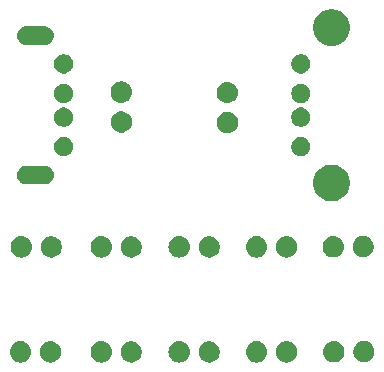
<source format=gbr>
G04 #@! TF.GenerationSoftware,KiCad,Pcbnew,(5.1.2)-1*
G04 #@! TF.CreationDate,2024-04-02T23:01:08+09:00*
G04 #@! TF.ProjectId,uf,75662e6b-6963-4616-945f-706362585858,v1.0*
G04 #@! TF.SameCoordinates,Original*
G04 #@! TF.FileFunction,Soldermask,Bot*
G04 #@! TF.FilePolarity,Negative*
%FSLAX46Y46*%
G04 Gerber Fmt 4.6, Leading zero omitted, Abs format (unit mm)*
G04 Created by KiCad (PCBNEW (5.1.2)-1) date 2024-04-02 23:01:08*
%MOMM*%
%LPD*%
G04 APERTURE LIST*
%ADD10C,0.100000*%
G04 APERTURE END LIST*
D10*
G36*
X132453512Y-138483927D02*
G01*
X132602812Y-138513624D01*
X132766784Y-138581544D01*
X132914354Y-138680147D01*
X133039853Y-138805646D01*
X133138456Y-138953216D01*
X133206376Y-139117188D01*
X133241000Y-139291259D01*
X133241000Y-139468741D01*
X133206376Y-139642812D01*
X133138456Y-139806784D01*
X133039853Y-139954354D01*
X132914354Y-140079853D01*
X132766784Y-140178456D01*
X132602812Y-140246376D01*
X132453512Y-140276073D01*
X132428742Y-140281000D01*
X132251258Y-140281000D01*
X132226488Y-140276073D01*
X132077188Y-140246376D01*
X131913216Y-140178456D01*
X131765646Y-140079853D01*
X131640147Y-139954354D01*
X131541544Y-139806784D01*
X131473624Y-139642812D01*
X131439000Y-139468741D01*
X131439000Y-139291259D01*
X131473624Y-139117188D01*
X131541544Y-138953216D01*
X131640147Y-138805646D01*
X131765646Y-138680147D01*
X131913216Y-138581544D01*
X132077188Y-138513624D01*
X132226488Y-138483927D01*
X132251258Y-138479000D01*
X132428742Y-138479000D01*
X132453512Y-138483927D01*
X132453512Y-138483927D01*
G37*
G36*
X149900443Y-138485519D02*
G01*
X149966627Y-138492037D01*
X150136466Y-138543557D01*
X150292991Y-138627222D01*
X150328729Y-138656552D01*
X150430186Y-138739814D01*
X150513448Y-138841271D01*
X150542778Y-138877009D01*
X150626443Y-139033534D01*
X150677963Y-139203373D01*
X150695359Y-139380000D01*
X150677963Y-139556627D01*
X150626443Y-139726466D01*
X150542778Y-139882991D01*
X150513448Y-139918729D01*
X150430186Y-140020186D01*
X150357480Y-140079853D01*
X150292991Y-140132778D01*
X150136466Y-140216443D01*
X149966627Y-140267963D01*
X149900443Y-140274481D01*
X149834260Y-140281000D01*
X149745740Y-140281000D01*
X149679557Y-140274481D01*
X149613373Y-140267963D01*
X149443534Y-140216443D01*
X149287009Y-140132778D01*
X149222520Y-140079853D01*
X149149814Y-140020186D01*
X149066552Y-139918729D01*
X149037222Y-139882991D01*
X148953557Y-139726466D01*
X148902037Y-139556627D01*
X148884641Y-139380000D01*
X148902037Y-139203373D01*
X148953557Y-139033534D01*
X149037222Y-138877009D01*
X149066552Y-138841271D01*
X149149814Y-138739814D01*
X149251271Y-138656552D01*
X149287009Y-138627222D01*
X149443534Y-138543557D01*
X149613373Y-138492037D01*
X149679557Y-138485519D01*
X149745740Y-138479000D01*
X149834260Y-138479000D01*
X149900443Y-138485519D01*
X149900443Y-138485519D01*
G37*
G36*
X143350443Y-138485519D02*
G01*
X143416627Y-138492037D01*
X143586466Y-138543557D01*
X143742991Y-138627222D01*
X143778729Y-138656552D01*
X143880186Y-138739814D01*
X143963448Y-138841271D01*
X143992778Y-138877009D01*
X144076443Y-139033534D01*
X144127963Y-139203373D01*
X144145359Y-139380000D01*
X144127963Y-139556627D01*
X144076443Y-139726466D01*
X143992778Y-139882991D01*
X143963448Y-139918729D01*
X143880186Y-140020186D01*
X143807480Y-140079853D01*
X143742991Y-140132778D01*
X143586466Y-140216443D01*
X143416627Y-140267963D01*
X143350443Y-140274481D01*
X143284260Y-140281000D01*
X143195740Y-140281000D01*
X143129557Y-140274481D01*
X143063373Y-140267963D01*
X142893534Y-140216443D01*
X142737009Y-140132778D01*
X142672520Y-140079853D01*
X142599814Y-140020186D01*
X142516552Y-139918729D01*
X142487222Y-139882991D01*
X142403557Y-139726466D01*
X142352037Y-139556627D01*
X142334641Y-139380000D01*
X142352037Y-139203373D01*
X142403557Y-139033534D01*
X142487222Y-138877009D01*
X142516552Y-138841271D01*
X142599814Y-138739814D01*
X142701271Y-138656552D01*
X142737009Y-138627222D01*
X142893534Y-138543557D01*
X143063373Y-138492037D01*
X143129557Y-138485519D01*
X143195740Y-138479000D01*
X143284260Y-138479000D01*
X143350443Y-138485519D01*
X143350443Y-138485519D01*
G37*
G36*
X145893512Y-138483927D02*
G01*
X146042812Y-138513624D01*
X146206784Y-138581544D01*
X146354354Y-138680147D01*
X146479853Y-138805646D01*
X146578456Y-138953216D01*
X146646376Y-139117188D01*
X146681000Y-139291259D01*
X146681000Y-139468741D01*
X146646376Y-139642812D01*
X146578456Y-139806784D01*
X146479853Y-139954354D01*
X146354354Y-140079853D01*
X146206784Y-140178456D01*
X146042812Y-140246376D01*
X145893512Y-140276073D01*
X145868742Y-140281000D01*
X145691258Y-140281000D01*
X145666488Y-140276073D01*
X145517188Y-140246376D01*
X145353216Y-140178456D01*
X145205646Y-140079853D01*
X145080147Y-139954354D01*
X144981544Y-139806784D01*
X144913624Y-139642812D01*
X144879000Y-139468741D01*
X144879000Y-139291259D01*
X144913624Y-139117188D01*
X144981544Y-138953216D01*
X145080147Y-138805646D01*
X145205646Y-138680147D01*
X145353216Y-138581544D01*
X145517188Y-138513624D01*
X145666488Y-138483927D01*
X145691258Y-138479000D01*
X145868742Y-138479000D01*
X145893512Y-138483927D01*
X145893512Y-138483927D01*
G37*
G36*
X152443512Y-138483927D02*
G01*
X152592812Y-138513624D01*
X152756784Y-138581544D01*
X152904354Y-138680147D01*
X153029853Y-138805646D01*
X153128456Y-138953216D01*
X153196376Y-139117188D01*
X153231000Y-139291259D01*
X153231000Y-139468741D01*
X153196376Y-139642812D01*
X153128456Y-139806784D01*
X153029853Y-139954354D01*
X152904354Y-140079853D01*
X152756784Y-140178456D01*
X152592812Y-140246376D01*
X152443512Y-140276073D01*
X152418742Y-140281000D01*
X152241258Y-140281000D01*
X152216488Y-140276073D01*
X152067188Y-140246376D01*
X151903216Y-140178456D01*
X151755646Y-140079853D01*
X151630147Y-139954354D01*
X151531544Y-139806784D01*
X151463624Y-139642812D01*
X151429000Y-139468741D01*
X151429000Y-139291259D01*
X151463624Y-139117188D01*
X151531544Y-138953216D01*
X151630147Y-138805646D01*
X151755646Y-138680147D01*
X151903216Y-138581544D01*
X152067188Y-138513624D01*
X152216488Y-138483927D01*
X152241258Y-138479000D01*
X152418742Y-138479000D01*
X152443512Y-138483927D01*
X152443512Y-138483927D01*
G37*
G36*
X136750443Y-138485519D02*
G01*
X136816627Y-138492037D01*
X136986466Y-138543557D01*
X137142991Y-138627222D01*
X137178729Y-138656552D01*
X137280186Y-138739814D01*
X137363448Y-138841271D01*
X137392778Y-138877009D01*
X137476443Y-139033534D01*
X137527963Y-139203373D01*
X137545359Y-139380000D01*
X137527963Y-139556627D01*
X137476443Y-139726466D01*
X137392778Y-139882991D01*
X137363448Y-139918729D01*
X137280186Y-140020186D01*
X137207480Y-140079853D01*
X137142991Y-140132778D01*
X136986466Y-140216443D01*
X136816627Y-140267963D01*
X136750443Y-140274481D01*
X136684260Y-140281000D01*
X136595740Y-140281000D01*
X136529557Y-140274481D01*
X136463373Y-140267963D01*
X136293534Y-140216443D01*
X136137009Y-140132778D01*
X136072520Y-140079853D01*
X135999814Y-140020186D01*
X135916552Y-139918729D01*
X135887222Y-139882991D01*
X135803557Y-139726466D01*
X135752037Y-139556627D01*
X135734641Y-139380000D01*
X135752037Y-139203373D01*
X135803557Y-139033534D01*
X135887222Y-138877009D01*
X135916552Y-138841271D01*
X135999814Y-138739814D01*
X136101271Y-138656552D01*
X136137009Y-138627222D01*
X136293534Y-138543557D01*
X136463373Y-138492037D01*
X136529557Y-138485519D01*
X136595740Y-138479000D01*
X136684260Y-138479000D01*
X136750443Y-138485519D01*
X136750443Y-138485519D01*
G37*
G36*
X139293512Y-138483927D02*
G01*
X139442812Y-138513624D01*
X139606784Y-138581544D01*
X139754354Y-138680147D01*
X139879853Y-138805646D01*
X139978456Y-138953216D01*
X140046376Y-139117188D01*
X140081000Y-139291259D01*
X140081000Y-139468741D01*
X140046376Y-139642812D01*
X139978456Y-139806784D01*
X139879853Y-139954354D01*
X139754354Y-140079853D01*
X139606784Y-140178456D01*
X139442812Y-140246376D01*
X139293512Y-140276073D01*
X139268742Y-140281000D01*
X139091258Y-140281000D01*
X139066488Y-140276073D01*
X138917188Y-140246376D01*
X138753216Y-140178456D01*
X138605646Y-140079853D01*
X138480147Y-139954354D01*
X138381544Y-139806784D01*
X138313624Y-139642812D01*
X138279000Y-139468741D01*
X138279000Y-139291259D01*
X138313624Y-139117188D01*
X138381544Y-138953216D01*
X138480147Y-138805646D01*
X138605646Y-138680147D01*
X138753216Y-138581544D01*
X138917188Y-138513624D01*
X139066488Y-138483927D01*
X139091258Y-138479000D01*
X139268742Y-138479000D01*
X139293512Y-138483927D01*
X139293512Y-138483927D01*
G37*
G36*
X129910443Y-138485519D02*
G01*
X129976627Y-138492037D01*
X130146466Y-138543557D01*
X130302991Y-138627222D01*
X130338729Y-138656552D01*
X130440186Y-138739814D01*
X130523448Y-138841271D01*
X130552778Y-138877009D01*
X130636443Y-139033534D01*
X130687963Y-139203373D01*
X130705359Y-139380000D01*
X130687963Y-139556627D01*
X130636443Y-139726466D01*
X130552778Y-139882991D01*
X130523448Y-139918729D01*
X130440186Y-140020186D01*
X130367480Y-140079853D01*
X130302991Y-140132778D01*
X130146466Y-140216443D01*
X129976627Y-140267963D01*
X129910443Y-140274481D01*
X129844260Y-140281000D01*
X129755740Y-140281000D01*
X129689557Y-140274481D01*
X129623373Y-140267963D01*
X129453534Y-140216443D01*
X129297009Y-140132778D01*
X129232520Y-140079853D01*
X129159814Y-140020186D01*
X129076552Y-139918729D01*
X129047222Y-139882991D01*
X128963557Y-139726466D01*
X128912037Y-139556627D01*
X128894641Y-139380000D01*
X128912037Y-139203373D01*
X128963557Y-139033534D01*
X129047222Y-138877009D01*
X129076552Y-138841271D01*
X129159814Y-138739814D01*
X129261271Y-138656552D01*
X129297009Y-138627222D01*
X129453534Y-138543557D01*
X129623373Y-138492037D01*
X129689557Y-138485519D01*
X129755740Y-138479000D01*
X129844260Y-138479000D01*
X129910443Y-138485519D01*
X129910443Y-138485519D01*
G37*
G36*
X156440443Y-138465519D02*
G01*
X156506627Y-138472037D01*
X156676466Y-138523557D01*
X156832991Y-138607222D01*
X156857361Y-138627222D01*
X156970186Y-138719814D01*
X157040625Y-138805646D01*
X157082778Y-138857009D01*
X157166443Y-139013534D01*
X157217963Y-139183373D01*
X157235359Y-139360000D01*
X157217963Y-139536627D01*
X157166443Y-139706466D01*
X157082778Y-139862991D01*
X157066366Y-139882989D01*
X156970186Y-140000186D01*
X156897480Y-140059853D01*
X156832991Y-140112778D01*
X156676466Y-140196443D01*
X156506627Y-140247963D01*
X156440442Y-140254482D01*
X156374260Y-140261000D01*
X156285740Y-140261000D01*
X156219558Y-140254482D01*
X156153373Y-140247963D01*
X155983534Y-140196443D01*
X155827009Y-140112778D01*
X155762520Y-140059853D01*
X155689814Y-140000186D01*
X155593634Y-139882989D01*
X155577222Y-139862991D01*
X155493557Y-139706466D01*
X155442037Y-139536627D01*
X155424641Y-139360000D01*
X155442037Y-139183373D01*
X155493557Y-139013534D01*
X155577222Y-138857009D01*
X155619375Y-138805646D01*
X155689814Y-138719814D01*
X155802639Y-138627222D01*
X155827009Y-138607222D01*
X155983534Y-138523557D01*
X156153373Y-138472037D01*
X156219557Y-138465519D01*
X156285740Y-138459000D01*
X156374260Y-138459000D01*
X156440443Y-138465519D01*
X156440443Y-138465519D01*
G37*
G36*
X158983512Y-138463927D02*
G01*
X159132812Y-138493624D01*
X159296784Y-138561544D01*
X159444354Y-138660147D01*
X159569853Y-138785646D01*
X159668456Y-138933216D01*
X159736376Y-139097188D01*
X159771000Y-139271259D01*
X159771000Y-139448741D01*
X159736376Y-139622812D01*
X159668456Y-139786784D01*
X159569853Y-139934354D01*
X159444354Y-140059853D01*
X159296784Y-140158456D01*
X159132812Y-140226376D01*
X158983512Y-140256073D01*
X158958742Y-140261000D01*
X158781258Y-140261000D01*
X158756488Y-140256073D01*
X158607188Y-140226376D01*
X158443216Y-140158456D01*
X158295646Y-140059853D01*
X158170147Y-139934354D01*
X158071544Y-139786784D01*
X158003624Y-139622812D01*
X157969000Y-139448741D01*
X157969000Y-139271259D01*
X158003624Y-139097188D01*
X158071544Y-138933216D01*
X158170147Y-138785646D01*
X158295646Y-138660147D01*
X158443216Y-138561544D01*
X158607188Y-138493624D01*
X158756488Y-138463927D01*
X158781258Y-138459000D01*
X158958742Y-138459000D01*
X158983512Y-138463927D01*
X158983512Y-138463927D01*
G37*
G36*
X143350443Y-129595519D02*
G01*
X143416627Y-129602037D01*
X143586466Y-129653557D01*
X143742991Y-129737222D01*
X143778729Y-129766552D01*
X143880186Y-129849814D01*
X143963448Y-129951271D01*
X143992778Y-129987009D01*
X144076443Y-130143534D01*
X144127963Y-130313373D01*
X144145359Y-130490000D01*
X144127963Y-130666627D01*
X144076443Y-130836466D01*
X143992778Y-130992991D01*
X143963448Y-131028729D01*
X143880186Y-131130186D01*
X143807480Y-131189853D01*
X143742991Y-131242778D01*
X143586466Y-131326443D01*
X143416627Y-131377963D01*
X143350443Y-131384481D01*
X143284260Y-131391000D01*
X143195740Y-131391000D01*
X143129557Y-131384481D01*
X143063373Y-131377963D01*
X142893534Y-131326443D01*
X142737009Y-131242778D01*
X142672520Y-131189853D01*
X142599814Y-131130186D01*
X142516552Y-131028729D01*
X142487222Y-130992991D01*
X142403557Y-130836466D01*
X142352037Y-130666627D01*
X142334641Y-130490000D01*
X142352037Y-130313373D01*
X142403557Y-130143534D01*
X142487222Y-129987009D01*
X142516552Y-129951271D01*
X142599814Y-129849814D01*
X142701271Y-129766552D01*
X142737009Y-129737222D01*
X142893534Y-129653557D01*
X143063373Y-129602037D01*
X143129557Y-129595519D01*
X143195740Y-129589000D01*
X143284260Y-129589000D01*
X143350443Y-129595519D01*
X143350443Y-129595519D01*
G37*
G36*
X139293512Y-129593927D02*
G01*
X139442812Y-129623624D01*
X139606784Y-129691544D01*
X139754354Y-129790147D01*
X139879853Y-129915646D01*
X139978456Y-130063216D01*
X140046376Y-130227188D01*
X140081000Y-130401259D01*
X140081000Y-130578741D01*
X140046376Y-130752812D01*
X139978456Y-130916784D01*
X139879853Y-131064354D01*
X139754354Y-131189853D01*
X139606784Y-131288456D01*
X139442812Y-131356376D01*
X139293512Y-131386073D01*
X139268742Y-131391000D01*
X139091258Y-131391000D01*
X139066488Y-131386073D01*
X138917188Y-131356376D01*
X138753216Y-131288456D01*
X138605646Y-131189853D01*
X138480147Y-131064354D01*
X138381544Y-130916784D01*
X138313624Y-130752812D01*
X138279000Y-130578741D01*
X138279000Y-130401259D01*
X138313624Y-130227188D01*
X138381544Y-130063216D01*
X138480147Y-129915646D01*
X138605646Y-129790147D01*
X138753216Y-129691544D01*
X138917188Y-129623624D01*
X139066488Y-129593927D01*
X139091258Y-129589000D01*
X139268742Y-129589000D01*
X139293512Y-129593927D01*
X139293512Y-129593927D01*
G37*
G36*
X136750443Y-129595519D02*
G01*
X136816627Y-129602037D01*
X136986466Y-129653557D01*
X137142991Y-129737222D01*
X137178729Y-129766552D01*
X137280186Y-129849814D01*
X137363448Y-129951271D01*
X137392778Y-129987009D01*
X137476443Y-130143534D01*
X137527963Y-130313373D01*
X137545359Y-130490000D01*
X137527963Y-130666627D01*
X137476443Y-130836466D01*
X137392778Y-130992991D01*
X137363448Y-131028729D01*
X137280186Y-131130186D01*
X137207480Y-131189853D01*
X137142991Y-131242778D01*
X136986466Y-131326443D01*
X136816627Y-131377963D01*
X136750443Y-131384481D01*
X136684260Y-131391000D01*
X136595740Y-131391000D01*
X136529557Y-131384481D01*
X136463373Y-131377963D01*
X136293534Y-131326443D01*
X136137009Y-131242778D01*
X136072520Y-131189853D01*
X135999814Y-131130186D01*
X135916552Y-131028729D01*
X135887222Y-130992991D01*
X135803557Y-130836466D01*
X135752037Y-130666627D01*
X135734641Y-130490000D01*
X135752037Y-130313373D01*
X135803557Y-130143534D01*
X135887222Y-129987009D01*
X135916552Y-129951271D01*
X135999814Y-129849814D01*
X136101271Y-129766552D01*
X136137009Y-129737222D01*
X136293534Y-129653557D01*
X136463373Y-129602037D01*
X136529557Y-129595519D01*
X136595740Y-129589000D01*
X136684260Y-129589000D01*
X136750443Y-129595519D01*
X136750443Y-129595519D01*
G37*
G36*
X132523512Y-129593927D02*
G01*
X132672812Y-129623624D01*
X132836784Y-129691544D01*
X132984354Y-129790147D01*
X133109853Y-129915646D01*
X133208456Y-130063216D01*
X133276376Y-130227188D01*
X133311000Y-130401259D01*
X133311000Y-130578741D01*
X133276376Y-130752812D01*
X133208456Y-130916784D01*
X133109853Y-131064354D01*
X132984354Y-131189853D01*
X132836784Y-131288456D01*
X132672812Y-131356376D01*
X132523512Y-131386073D01*
X132498742Y-131391000D01*
X132321258Y-131391000D01*
X132296488Y-131386073D01*
X132147188Y-131356376D01*
X131983216Y-131288456D01*
X131835646Y-131189853D01*
X131710147Y-131064354D01*
X131611544Y-130916784D01*
X131543624Y-130752812D01*
X131509000Y-130578741D01*
X131509000Y-130401259D01*
X131543624Y-130227188D01*
X131611544Y-130063216D01*
X131710147Y-129915646D01*
X131835646Y-129790147D01*
X131983216Y-129691544D01*
X132147188Y-129623624D01*
X132296488Y-129593927D01*
X132321258Y-129589000D01*
X132498742Y-129589000D01*
X132523512Y-129593927D01*
X132523512Y-129593927D01*
G37*
G36*
X129980443Y-129595519D02*
G01*
X130046627Y-129602037D01*
X130216466Y-129653557D01*
X130372991Y-129737222D01*
X130408729Y-129766552D01*
X130510186Y-129849814D01*
X130593448Y-129951271D01*
X130622778Y-129987009D01*
X130706443Y-130143534D01*
X130757963Y-130313373D01*
X130775359Y-130490000D01*
X130757963Y-130666627D01*
X130706443Y-130836466D01*
X130622778Y-130992991D01*
X130593448Y-131028729D01*
X130510186Y-131130186D01*
X130437480Y-131189853D01*
X130372991Y-131242778D01*
X130216466Y-131326443D01*
X130046627Y-131377963D01*
X129980443Y-131384481D01*
X129914260Y-131391000D01*
X129825740Y-131391000D01*
X129759557Y-131384481D01*
X129693373Y-131377963D01*
X129523534Y-131326443D01*
X129367009Y-131242778D01*
X129302520Y-131189853D01*
X129229814Y-131130186D01*
X129146552Y-131028729D01*
X129117222Y-130992991D01*
X129033557Y-130836466D01*
X128982037Y-130666627D01*
X128964641Y-130490000D01*
X128982037Y-130313373D01*
X129033557Y-130143534D01*
X129117222Y-129987009D01*
X129146552Y-129951271D01*
X129229814Y-129849814D01*
X129331271Y-129766552D01*
X129367009Y-129737222D01*
X129523534Y-129653557D01*
X129693373Y-129602037D01*
X129759557Y-129595519D01*
X129825740Y-129589000D01*
X129914260Y-129589000D01*
X129980443Y-129595519D01*
X129980443Y-129595519D01*
G37*
G36*
X145893512Y-129593927D02*
G01*
X146042812Y-129623624D01*
X146206784Y-129691544D01*
X146354354Y-129790147D01*
X146479853Y-129915646D01*
X146578456Y-130063216D01*
X146646376Y-130227188D01*
X146681000Y-130401259D01*
X146681000Y-130578741D01*
X146646376Y-130752812D01*
X146578456Y-130916784D01*
X146479853Y-131064354D01*
X146354354Y-131189853D01*
X146206784Y-131288456D01*
X146042812Y-131356376D01*
X145893512Y-131386073D01*
X145868742Y-131391000D01*
X145691258Y-131391000D01*
X145666488Y-131386073D01*
X145517188Y-131356376D01*
X145353216Y-131288456D01*
X145205646Y-131189853D01*
X145080147Y-131064354D01*
X144981544Y-130916784D01*
X144913624Y-130752812D01*
X144879000Y-130578741D01*
X144879000Y-130401259D01*
X144913624Y-130227188D01*
X144981544Y-130063216D01*
X145080147Y-129915646D01*
X145205646Y-129790147D01*
X145353216Y-129691544D01*
X145517188Y-129623624D01*
X145666488Y-129593927D01*
X145691258Y-129589000D01*
X145868742Y-129589000D01*
X145893512Y-129593927D01*
X145893512Y-129593927D01*
G37*
G36*
X149900443Y-129595519D02*
G01*
X149966627Y-129602037D01*
X150136466Y-129653557D01*
X150292991Y-129737222D01*
X150328729Y-129766552D01*
X150430186Y-129849814D01*
X150513448Y-129951271D01*
X150542778Y-129987009D01*
X150626443Y-130143534D01*
X150677963Y-130313373D01*
X150695359Y-130490000D01*
X150677963Y-130666627D01*
X150626443Y-130836466D01*
X150542778Y-130992991D01*
X150513448Y-131028729D01*
X150430186Y-131130186D01*
X150357480Y-131189853D01*
X150292991Y-131242778D01*
X150136466Y-131326443D01*
X149966627Y-131377963D01*
X149900443Y-131384481D01*
X149834260Y-131391000D01*
X149745740Y-131391000D01*
X149679557Y-131384481D01*
X149613373Y-131377963D01*
X149443534Y-131326443D01*
X149287009Y-131242778D01*
X149222520Y-131189853D01*
X149149814Y-131130186D01*
X149066552Y-131028729D01*
X149037222Y-130992991D01*
X148953557Y-130836466D01*
X148902037Y-130666627D01*
X148884641Y-130490000D01*
X148902037Y-130313373D01*
X148953557Y-130143534D01*
X149037222Y-129987009D01*
X149066552Y-129951271D01*
X149149814Y-129849814D01*
X149251271Y-129766552D01*
X149287009Y-129737222D01*
X149443534Y-129653557D01*
X149613373Y-129602037D01*
X149679557Y-129595519D01*
X149745740Y-129589000D01*
X149834260Y-129589000D01*
X149900443Y-129595519D01*
X149900443Y-129595519D01*
G37*
G36*
X152443512Y-129593927D02*
G01*
X152592812Y-129623624D01*
X152756784Y-129691544D01*
X152904354Y-129790147D01*
X153029853Y-129915646D01*
X153128456Y-130063216D01*
X153196376Y-130227188D01*
X153231000Y-130401259D01*
X153231000Y-130578741D01*
X153196376Y-130752812D01*
X153128456Y-130916784D01*
X153029853Y-131064354D01*
X152904354Y-131189853D01*
X152756784Y-131288456D01*
X152592812Y-131356376D01*
X152443512Y-131386073D01*
X152418742Y-131391000D01*
X152241258Y-131391000D01*
X152216488Y-131386073D01*
X152067188Y-131356376D01*
X151903216Y-131288456D01*
X151755646Y-131189853D01*
X151630147Y-131064354D01*
X151531544Y-130916784D01*
X151463624Y-130752812D01*
X151429000Y-130578741D01*
X151429000Y-130401259D01*
X151463624Y-130227188D01*
X151531544Y-130063216D01*
X151630147Y-129915646D01*
X151755646Y-129790147D01*
X151903216Y-129691544D01*
X152067188Y-129623624D01*
X152216488Y-129593927D01*
X152241258Y-129589000D01*
X152418742Y-129589000D01*
X152443512Y-129593927D01*
X152443512Y-129593927D01*
G37*
G36*
X156390442Y-129575518D02*
G01*
X156456627Y-129582037D01*
X156626466Y-129633557D01*
X156782991Y-129717222D01*
X156807361Y-129737222D01*
X156920186Y-129829814D01*
X156990625Y-129915646D01*
X157032778Y-129967009D01*
X157116443Y-130123534D01*
X157167963Y-130293373D01*
X157185359Y-130470000D01*
X157167963Y-130646627D01*
X157116443Y-130816466D01*
X157032778Y-130972991D01*
X157016366Y-130992989D01*
X156920186Y-131110186D01*
X156847480Y-131169853D01*
X156782991Y-131222778D01*
X156626466Y-131306443D01*
X156456627Y-131357963D01*
X156390442Y-131364482D01*
X156324260Y-131371000D01*
X156235740Y-131371000D01*
X156169558Y-131364482D01*
X156103373Y-131357963D01*
X155933534Y-131306443D01*
X155777009Y-131222778D01*
X155712520Y-131169853D01*
X155639814Y-131110186D01*
X155543634Y-130992989D01*
X155527222Y-130972991D01*
X155443557Y-130816466D01*
X155392037Y-130646627D01*
X155374641Y-130470000D01*
X155392037Y-130293373D01*
X155443557Y-130123534D01*
X155527222Y-129967009D01*
X155569375Y-129915646D01*
X155639814Y-129829814D01*
X155752639Y-129737222D01*
X155777009Y-129717222D01*
X155933534Y-129633557D01*
X156103373Y-129582037D01*
X156169558Y-129575518D01*
X156235740Y-129569000D01*
X156324260Y-129569000D01*
X156390442Y-129575518D01*
X156390442Y-129575518D01*
G37*
G36*
X158933512Y-129573927D02*
G01*
X159082812Y-129603624D01*
X159246784Y-129671544D01*
X159394354Y-129770147D01*
X159519853Y-129895646D01*
X159618456Y-130043216D01*
X159686376Y-130207188D01*
X159721000Y-130381259D01*
X159721000Y-130558741D01*
X159686376Y-130732812D01*
X159618456Y-130896784D01*
X159519853Y-131044354D01*
X159394354Y-131169853D01*
X159246784Y-131268456D01*
X159082812Y-131336376D01*
X158933512Y-131366073D01*
X158908742Y-131371000D01*
X158731258Y-131371000D01*
X158706488Y-131366073D01*
X158557188Y-131336376D01*
X158393216Y-131268456D01*
X158245646Y-131169853D01*
X158120147Y-131044354D01*
X158021544Y-130896784D01*
X157953624Y-130732812D01*
X157919000Y-130558741D01*
X157919000Y-130381259D01*
X157953624Y-130207188D01*
X158021544Y-130043216D01*
X158120147Y-129895646D01*
X158245646Y-129770147D01*
X158393216Y-129671544D01*
X158557188Y-129603624D01*
X158706488Y-129573927D01*
X158731258Y-129569000D01*
X158908742Y-129569000D01*
X158933512Y-129573927D01*
X158933512Y-129573927D01*
G37*
G36*
X156442585Y-123548802D02*
G01*
X156592410Y-123578604D01*
X156874674Y-123695521D01*
X157128705Y-123865259D01*
X157344741Y-124081295D01*
X157514479Y-124335326D01*
X157631396Y-124617590D01*
X157691000Y-124917240D01*
X157691000Y-125222760D01*
X157631396Y-125522410D01*
X157514479Y-125804674D01*
X157344741Y-126058705D01*
X157128705Y-126274741D01*
X156874674Y-126444479D01*
X156592410Y-126561396D01*
X156442585Y-126591198D01*
X156292761Y-126621000D01*
X155987239Y-126621000D01*
X155837415Y-126591198D01*
X155687590Y-126561396D01*
X155405326Y-126444479D01*
X155151295Y-126274741D01*
X154935259Y-126058705D01*
X154765521Y-125804674D01*
X154648604Y-125522410D01*
X154589000Y-125222760D01*
X154589000Y-124917240D01*
X154648604Y-124617590D01*
X154765521Y-124335326D01*
X154935259Y-124081295D01*
X155151295Y-123865259D01*
X155405326Y-123695521D01*
X155687590Y-123578604D01*
X155837415Y-123548802D01*
X155987239Y-123519000D01*
X156292761Y-123519000D01*
X156442585Y-123548802D01*
X156442585Y-123548802D01*
G37*
G36*
X131888571Y-123602863D02*
G01*
X131967023Y-123610590D01*
X132067682Y-123641125D01*
X132118013Y-123656392D01*
X132257165Y-123730771D01*
X132379133Y-123830867D01*
X132479229Y-123952835D01*
X132553608Y-124091987D01*
X132553608Y-124091988D01*
X132599410Y-124242977D01*
X132614875Y-124400000D01*
X132599410Y-124557023D01*
X132581037Y-124617590D01*
X132553608Y-124708013D01*
X132479229Y-124847165D01*
X132379133Y-124969133D01*
X132257165Y-125069229D01*
X132118013Y-125143608D01*
X132067682Y-125158875D01*
X131967023Y-125189410D01*
X131888571Y-125197137D01*
X131849346Y-125201000D01*
X130270654Y-125201000D01*
X130231429Y-125197137D01*
X130152977Y-125189410D01*
X130052318Y-125158875D01*
X130001987Y-125143608D01*
X129862835Y-125069229D01*
X129740867Y-124969133D01*
X129640771Y-124847165D01*
X129566392Y-124708013D01*
X129538963Y-124617590D01*
X129520590Y-124557023D01*
X129505125Y-124400000D01*
X129520590Y-124242977D01*
X129566392Y-124091988D01*
X129566392Y-124091987D01*
X129640771Y-123952835D01*
X129740867Y-123830867D01*
X129862835Y-123730771D01*
X130001987Y-123656392D01*
X130052318Y-123641125D01*
X130152977Y-123610590D01*
X130231429Y-123602863D01*
X130270654Y-123599000D01*
X131849346Y-123599000D01*
X131888571Y-123602863D01*
X131888571Y-123602863D01*
G37*
G36*
X153777142Y-121218242D02*
G01*
X153925101Y-121279529D01*
X154058255Y-121368499D01*
X154171501Y-121481745D01*
X154260471Y-121614899D01*
X154321758Y-121762858D01*
X154353000Y-121919925D01*
X154353000Y-122080075D01*
X154321758Y-122237142D01*
X154260471Y-122385101D01*
X154171501Y-122518255D01*
X154058255Y-122631501D01*
X153925101Y-122720471D01*
X153777142Y-122781758D01*
X153620075Y-122813000D01*
X153459925Y-122813000D01*
X153302858Y-122781758D01*
X153154899Y-122720471D01*
X153021745Y-122631501D01*
X152908499Y-122518255D01*
X152819529Y-122385101D01*
X152758242Y-122237142D01*
X152727000Y-122080075D01*
X152727000Y-121919925D01*
X152758242Y-121762858D01*
X152819529Y-121614899D01*
X152908499Y-121481745D01*
X153021745Y-121368499D01*
X153154899Y-121279529D01*
X153302858Y-121218242D01*
X153459925Y-121187000D01*
X153620075Y-121187000D01*
X153777142Y-121218242D01*
X153777142Y-121218242D01*
G37*
G36*
X133697142Y-121218242D02*
G01*
X133845101Y-121279529D01*
X133978255Y-121368499D01*
X134091501Y-121481745D01*
X134180471Y-121614899D01*
X134241758Y-121762858D01*
X134273000Y-121919925D01*
X134273000Y-122080075D01*
X134241758Y-122237142D01*
X134180471Y-122385101D01*
X134091501Y-122518255D01*
X133978255Y-122631501D01*
X133845101Y-122720471D01*
X133697142Y-122781758D01*
X133540075Y-122813000D01*
X133379925Y-122813000D01*
X133222858Y-122781758D01*
X133074899Y-122720471D01*
X132941745Y-122631501D01*
X132828499Y-122518255D01*
X132739529Y-122385101D01*
X132678242Y-122237142D01*
X132647000Y-122080075D01*
X132647000Y-121919925D01*
X132678242Y-121762858D01*
X132739529Y-121614899D01*
X132828499Y-121481745D01*
X132941745Y-121368499D01*
X133074899Y-121279529D01*
X133222858Y-121218242D01*
X133379925Y-121187000D01*
X133540075Y-121187000D01*
X133697142Y-121218242D01*
X133697142Y-121218242D01*
G37*
G36*
X147433512Y-119063927D02*
G01*
X147582812Y-119093624D01*
X147746784Y-119161544D01*
X147894354Y-119260147D01*
X148019853Y-119385646D01*
X148118456Y-119533216D01*
X148186376Y-119697188D01*
X148221000Y-119871259D01*
X148221000Y-120048741D01*
X148186376Y-120222812D01*
X148118456Y-120386784D01*
X148019853Y-120534354D01*
X147894354Y-120659853D01*
X147746784Y-120758456D01*
X147582812Y-120826376D01*
X147433512Y-120856073D01*
X147408742Y-120861000D01*
X147231258Y-120861000D01*
X147206488Y-120856073D01*
X147057188Y-120826376D01*
X146893216Y-120758456D01*
X146745646Y-120659853D01*
X146620147Y-120534354D01*
X146521544Y-120386784D01*
X146453624Y-120222812D01*
X146419000Y-120048741D01*
X146419000Y-119871259D01*
X146453624Y-119697188D01*
X146521544Y-119533216D01*
X146620147Y-119385646D01*
X146745646Y-119260147D01*
X146893216Y-119161544D01*
X147057188Y-119093624D01*
X147206488Y-119063927D01*
X147231258Y-119059000D01*
X147408742Y-119059000D01*
X147433512Y-119063927D01*
X147433512Y-119063927D01*
G37*
G36*
X138453512Y-119023927D02*
G01*
X138602812Y-119053624D01*
X138766784Y-119121544D01*
X138914354Y-119220147D01*
X139039853Y-119345646D01*
X139138456Y-119493216D01*
X139206376Y-119657188D01*
X139241000Y-119831259D01*
X139241000Y-120008741D01*
X139206376Y-120182812D01*
X139138456Y-120346784D01*
X139039853Y-120494354D01*
X138914354Y-120619853D01*
X138766784Y-120718456D01*
X138602812Y-120786376D01*
X138453512Y-120816073D01*
X138428742Y-120821000D01*
X138251258Y-120821000D01*
X138226488Y-120816073D01*
X138077188Y-120786376D01*
X137913216Y-120718456D01*
X137765646Y-120619853D01*
X137640147Y-120494354D01*
X137541544Y-120346784D01*
X137473624Y-120182812D01*
X137439000Y-120008741D01*
X137439000Y-119831259D01*
X137473624Y-119657188D01*
X137541544Y-119493216D01*
X137640147Y-119345646D01*
X137765646Y-119220147D01*
X137913216Y-119121544D01*
X138077188Y-119053624D01*
X138226488Y-119023927D01*
X138251258Y-119019000D01*
X138428742Y-119019000D01*
X138453512Y-119023927D01*
X138453512Y-119023927D01*
G37*
G36*
X133697142Y-118718242D02*
G01*
X133845101Y-118779529D01*
X133978255Y-118868499D01*
X134091501Y-118981745D01*
X134180471Y-119114899D01*
X134241758Y-119262858D01*
X134273000Y-119419925D01*
X134273000Y-119580075D01*
X134241758Y-119737142D01*
X134180471Y-119885101D01*
X134091501Y-120018255D01*
X133978255Y-120131501D01*
X133845101Y-120220471D01*
X133697142Y-120281758D01*
X133540075Y-120313000D01*
X133379925Y-120313000D01*
X133222858Y-120281758D01*
X133074899Y-120220471D01*
X132941745Y-120131501D01*
X132828499Y-120018255D01*
X132739529Y-119885101D01*
X132678242Y-119737142D01*
X132647000Y-119580075D01*
X132647000Y-119419925D01*
X132678242Y-119262858D01*
X132739529Y-119114899D01*
X132828499Y-118981745D01*
X132941745Y-118868499D01*
X133074899Y-118779529D01*
X133222858Y-118718242D01*
X133379925Y-118687000D01*
X133540075Y-118687000D01*
X133697142Y-118718242D01*
X133697142Y-118718242D01*
G37*
G36*
X153777142Y-118718242D02*
G01*
X153925101Y-118779529D01*
X154058255Y-118868499D01*
X154171501Y-118981745D01*
X154260471Y-119114899D01*
X154321758Y-119262858D01*
X154353000Y-119419925D01*
X154353000Y-119580075D01*
X154321758Y-119737142D01*
X154260471Y-119885101D01*
X154171501Y-120018255D01*
X154058255Y-120131501D01*
X153925101Y-120220471D01*
X153777142Y-120281758D01*
X153620075Y-120313000D01*
X153459925Y-120313000D01*
X153302858Y-120281758D01*
X153154899Y-120220471D01*
X153021745Y-120131501D01*
X152908499Y-120018255D01*
X152819529Y-119885101D01*
X152758242Y-119737142D01*
X152727000Y-119580075D01*
X152727000Y-119419925D01*
X152758242Y-119262858D01*
X152819529Y-119114899D01*
X152908499Y-118981745D01*
X153021745Y-118868499D01*
X153154899Y-118779529D01*
X153302858Y-118718242D01*
X153459925Y-118687000D01*
X153620075Y-118687000D01*
X153777142Y-118718242D01*
X153777142Y-118718242D01*
G37*
G36*
X147430442Y-116525518D02*
G01*
X147496627Y-116532037D01*
X147666466Y-116583557D01*
X147822991Y-116667222D01*
X147847090Y-116687000D01*
X147960186Y-116779814D01*
X148032967Y-116868499D01*
X148072778Y-116917009D01*
X148156443Y-117073534D01*
X148207963Y-117243373D01*
X148225359Y-117420000D01*
X148207963Y-117596627D01*
X148156443Y-117766466D01*
X148072778Y-117922991D01*
X148043448Y-117958729D01*
X147960186Y-118060186D01*
X147873287Y-118131501D01*
X147822991Y-118172778D01*
X147666466Y-118256443D01*
X147496627Y-118307963D01*
X147430442Y-118314482D01*
X147364260Y-118321000D01*
X147275740Y-118321000D01*
X147209558Y-118314482D01*
X147143373Y-118307963D01*
X146973534Y-118256443D01*
X146817009Y-118172778D01*
X146766713Y-118131501D01*
X146679814Y-118060186D01*
X146596552Y-117958729D01*
X146567222Y-117922991D01*
X146483557Y-117766466D01*
X146432037Y-117596627D01*
X146414641Y-117420000D01*
X146432037Y-117243373D01*
X146483557Y-117073534D01*
X146567222Y-116917009D01*
X146607033Y-116868499D01*
X146679814Y-116779814D01*
X146792910Y-116687000D01*
X146817009Y-116667222D01*
X146973534Y-116583557D01*
X147143373Y-116532037D01*
X147209558Y-116525518D01*
X147275740Y-116519000D01*
X147364260Y-116519000D01*
X147430442Y-116525518D01*
X147430442Y-116525518D01*
G37*
G36*
X153777142Y-116718242D02*
G01*
X153925101Y-116779529D01*
X154058255Y-116868499D01*
X154171501Y-116981745D01*
X154260471Y-117114899D01*
X154321758Y-117262858D01*
X154353000Y-117419925D01*
X154353000Y-117580075D01*
X154321758Y-117737142D01*
X154260471Y-117885101D01*
X154171501Y-118018255D01*
X154058255Y-118131501D01*
X153925101Y-118220471D01*
X153777142Y-118281758D01*
X153620075Y-118313000D01*
X153459925Y-118313000D01*
X153302858Y-118281758D01*
X153154899Y-118220471D01*
X153021745Y-118131501D01*
X152908499Y-118018255D01*
X152819529Y-117885101D01*
X152758242Y-117737142D01*
X152727000Y-117580075D01*
X152727000Y-117419925D01*
X152758242Y-117262858D01*
X152819529Y-117114899D01*
X152908499Y-116981745D01*
X153021745Y-116868499D01*
X153154899Y-116779529D01*
X153302858Y-116718242D01*
X153459925Y-116687000D01*
X153620075Y-116687000D01*
X153777142Y-116718242D01*
X153777142Y-116718242D01*
G37*
G36*
X133697142Y-116718242D02*
G01*
X133845101Y-116779529D01*
X133978255Y-116868499D01*
X134091501Y-116981745D01*
X134180471Y-117114899D01*
X134241758Y-117262858D01*
X134273000Y-117419925D01*
X134273000Y-117580075D01*
X134241758Y-117737142D01*
X134180471Y-117885101D01*
X134091501Y-118018255D01*
X133978255Y-118131501D01*
X133845101Y-118220471D01*
X133697142Y-118281758D01*
X133540075Y-118313000D01*
X133379925Y-118313000D01*
X133222858Y-118281758D01*
X133074899Y-118220471D01*
X132941745Y-118131501D01*
X132828499Y-118018255D01*
X132739529Y-117885101D01*
X132678242Y-117737142D01*
X132647000Y-117580075D01*
X132647000Y-117419925D01*
X132678242Y-117262858D01*
X132739529Y-117114899D01*
X132828499Y-116981745D01*
X132941745Y-116868499D01*
X133074899Y-116779529D01*
X133222858Y-116718242D01*
X133379925Y-116687000D01*
X133540075Y-116687000D01*
X133697142Y-116718242D01*
X133697142Y-116718242D01*
G37*
G36*
X138450443Y-116485519D02*
G01*
X138516627Y-116492037D01*
X138686466Y-116543557D01*
X138842991Y-116627222D01*
X138878729Y-116656552D01*
X138980186Y-116739814D01*
X139063448Y-116841271D01*
X139092778Y-116877009D01*
X139176443Y-117033534D01*
X139227963Y-117203373D01*
X139245359Y-117380000D01*
X139227963Y-117556627D01*
X139176443Y-117726466D01*
X139092778Y-117882991D01*
X139091047Y-117885100D01*
X138980186Y-118020186D01*
X138878729Y-118103448D01*
X138842991Y-118132778D01*
X138686466Y-118216443D01*
X138516627Y-118267963D01*
X138450442Y-118274482D01*
X138384260Y-118281000D01*
X138295740Y-118281000D01*
X138229558Y-118274482D01*
X138163373Y-118267963D01*
X137993534Y-118216443D01*
X137837009Y-118132778D01*
X137801271Y-118103448D01*
X137699814Y-118020186D01*
X137588953Y-117885100D01*
X137587222Y-117882991D01*
X137503557Y-117726466D01*
X137452037Y-117556627D01*
X137434641Y-117380000D01*
X137452037Y-117203373D01*
X137503557Y-117033534D01*
X137587222Y-116877009D01*
X137616552Y-116841271D01*
X137699814Y-116739814D01*
X137801271Y-116656552D01*
X137837009Y-116627222D01*
X137993534Y-116543557D01*
X138163373Y-116492037D01*
X138229557Y-116485519D01*
X138295740Y-116479000D01*
X138384260Y-116479000D01*
X138450443Y-116485519D01*
X138450443Y-116485519D01*
G37*
G36*
X153777142Y-114218242D02*
G01*
X153925101Y-114279529D01*
X154058255Y-114368499D01*
X154171501Y-114481745D01*
X154260471Y-114614899D01*
X154321758Y-114762858D01*
X154353000Y-114919925D01*
X154353000Y-115080075D01*
X154321758Y-115237142D01*
X154260471Y-115385101D01*
X154171501Y-115518255D01*
X154058255Y-115631501D01*
X153925101Y-115720471D01*
X153777142Y-115781758D01*
X153620075Y-115813000D01*
X153459925Y-115813000D01*
X153302858Y-115781758D01*
X153154899Y-115720471D01*
X153021745Y-115631501D01*
X152908499Y-115518255D01*
X152819529Y-115385101D01*
X152758242Y-115237142D01*
X152727000Y-115080075D01*
X152727000Y-114919925D01*
X152758242Y-114762858D01*
X152819529Y-114614899D01*
X152908499Y-114481745D01*
X153021745Y-114368499D01*
X153154899Y-114279529D01*
X153302858Y-114218242D01*
X153459925Y-114187000D01*
X153620075Y-114187000D01*
X153777142Y-114218242D01*
X153777142Y-114218242D01*
G37*
G36*
X133697142Y-114218242D02*
G01*
X133845101Y-114279529D01*
X133978255Y-114368499D01*
X134091501Y-114481745D01*
X134180471Y-114614899D01*
X134241758Y-114762858D01*
X134273000Y-114919925D01*
X134273000Y-115080075D01*
X134241758Y-115237142D01*
X134180471Y-115385101D01*
X134091501Y-115518255D01*
X133978255Y-115631501D01*
X133845101Y-115720471D01*
X133697142Y-115781758D01*
X133540075Y-115813000D01*
X133379925Y-115813000D01*
X133222858Y-115781758D01*
X133074899Y-115720471D01*
X132941745Y-115631501D01*
X132828499Y-115518255D01*
X132739529Y-115385101D01*
X132678242Y-115237142D01*
X132647000Y-115080075D01*
X132647000Y-114919925D01*
X132678242Y-114762858D01*
X132739529Y-114614899D01*
X132828499Y-114481745D01*
X132941745Y-114368499D01*
X133074899Y-114279529D01*
X133222858Y-114218242D01*
X133379925Y-114187000D01*
X133540075Y-114187000D01*
X133697142Y-114218242D01*
X133697142Y-114218242D01*
G37*
G36*
X156442585Y-110408802D02*
G01*
X156592410Y-110438604D01*
X156874674Y-110555521D01*
X157128705Y-110725259D01*
X157344741Y-110941295D01*
X157514479Y-111195326D01*
X157631396Y-111477590D01*
X157691000Y-111777240D01*
X157691000Y-112082760D01*
X157631396Y-112382410D01*
X157514479Y-112664674D01*
X157344741Y-112918705D01*
X157128705Y-113134741D01*
X156874674Y-113304479D01*
X156592410Y-113421396D01*
X156442585Y-113451198D01*
X156292761Y-113481000D01*
X155987239Y-113481000D01*
X155837415Y-113451198D01*
X155687590Y-113421396D01*
X155405326Y-113304479D01*
X155151295Y-113134741D01*
X154935259Y-112918705D01*
X154765521Y-112664674D01*
X154648604Y-112382410D01*
X154589000Y-112082760D01*
X154589000Y-111777240D01*
X154648604Y-111477590D01*
X154765521Y-111195326D01*
X154935259Y-110941295D01*
X155151295Y-110725259D01*
X155405326Y-110555521D01*
X155687590Y-110438604D01*
X155837415Y-110408802D01*
X155987239Y-110379000D01*
X156292761Y-110379000D01*
X156442585Y-110408802D01*
X156442585Y-110408802D01*
G37*
G36*
X131888571Y-111802863D02*
G01*
X131967023Y-111810590D01*
X132067682Y-111841125D01*
X132118013Y-111856392D01*
X132257165Y-111930771D01*
X132379133Y-112030867D01*
X132479229Y-112152835D01*
X132553608Y-112291987D01*
X132553608Y-112291988D01*
X132599410Y-112442977D01*
X132614875Y-112600000D01*
X132599410Y-112757023D01*
X132568875Y-112857682D01*
X132553608Y-112908013D01*
X132479229Y-113047165D01*
X132379133Y-113169133D01*
X132257165Y-113269229D01*
X132118013Y-113343608D01*
X132067682Y-113358875D01*
X131967023Y-113389410D01*
X131888571Y-113397137D01*
X131849346Y-113401000D01*
X130270654Y-113401000D01*
X130231429Y-113397137D01*
X130152977Y-113389410D01*
X130052318Y-113358875D01*
X130001987Y-113343608D01*
X129862835Y-113269229D01*
X129740867Y-113169133D01*
X129640771Y-113047165D01*
X129566392Y-112908013D01*
X129551125Y-112857682D01*
X129520590Y-112757023D01*
X129505125Y-112600000D01*
X129520590Y-112442977D01*
X129566392Y-112291988D01*
X129566392Y-112291987D01*
X129640771Y-112152835D01*
X129740867Y-112030867D01*
X129862835Y-111930771D01*
X130001987Y-111856392D01*
X130052318Y-111841125D01*
X130152977Y-111810590D01*
X130231429Y-111802863D01*
X130270654Y-111799000D01*
X131849346Y-111799000D01*
X131888571Y-111802863D01*
X131888571Y-111802863D01*
G37*
M02*

</source>
